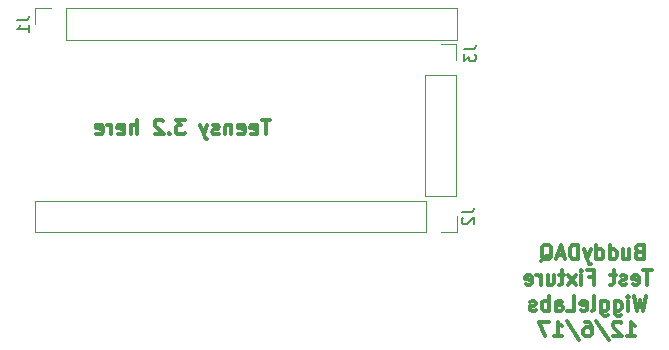
<source format=gbo>
G04 #@! TF.FileFunction,Legend,Bot*
%FSLAX46Y46*%
G04 Gerber Fmt 4.6, Leading zero omitted, Abs format (unit mm)*
G04 Created by KiCad (PCBNEW 4.0.7) date 12/11/17 20:33:10*
%MOMM*%
%LPD*%
G01*
G04 APERTURE LIST*
%ADD10C,0.100000*%
%ADD11C,0.300000*%
%ADD12C,0.120000*%
%ADD13C,0.150000*%
G04 APERTURE END LIST*
D10*
D11*
X67895016Y-73661276D02*
X67180731Y-73661276D01*
X67537874Y-74911276D02*
X67537874Y-73661276D01*
X66287873Y-74851752D02*
X66406921Y-74911276D01*
X66645016Y-74911276D01*
X66764064Y-74851752D01*
X66823588Y-74732705D01*
X66823588Y-74256514D01*
X66764064Y-74137467D01*
X66645016Y-74077943D01*
X66406921Y-74077943D01*
X66287873Y-74137467D01*
X66228350Y-74256514D01*
X66228350Y-74375562D01*
X66823588Y-74494610D01*
X65216444Y-74851752D02*
X65335492Y-74911276D01*
X65573587Y-74911276D01*
X65692635Y-74851752D01*
X65752159Y-74732705D01*
X65752159Y-74256514D01*
X65692635Y-74137467D01*
X65573587Y-74077943D01*
X65335492Y-74077943D01*
X65216444Y-74137467D01*
X65156921Y-74256514D01*
X65156921Y-74375562D01*
X65752159Y-74494610D01*
X64621206Y-74077943D02*
X64621206Y-74911276D01*
X64621206Y-74196990D02*
X64561682Y-74137467D01*
X64442635Y-74077943D01*
X64264063Y-74077943D01*
X64145015Y-74137467D01*
X64085492Y-74256514D01*
X64085492Y-74911276D01*
X63549778Y-74851752D02*
X63430730Y-74911276D01*
X63192635Y-74911276D01*
X63073587Y-74851752D01*
X63014063Y-74732705D01*
X63014063Y-74673181D01*
X63073587Y-74554133D01*
X63192635Y-74494610D01*
X63371206Y-74494610D01*
X63490254Y-74435086D01*
X63549778Y-74316038D01*
X63549778Y-74256514D01*
X63490254Y-74137467D01*
X63371206Y-74077943D01*
X63192635Y-74077943D01*
X63073587Y-74137467D01*
X62597397Y-74077943D02*
X62299778Y-74911276D01*
X62002158Y-74077943D02*
X62299778Y-74911276D01*
X62418825Y-75208895D01*
X62478349Y-75268419D01*
X62597397Y-75327943D01*
X60692635Y-73661276D02*
X59918825Y-73661276D01*
X60335492Y-74137467D01*
X60156920Y-74137467D01*
X60037873Y-74196990D01*
X59978349Y-74256514D01*
X59918825Y-74375562D01*
X59918825Y-74673181D01*
X59978349Y-74792229D01*
X60037873Y-74851752D01*
X60156920Y-74911276D01*
X60514063Y-74911276D01*
X60633111Y-74851752D01*
X60692635Y-74792229D01*
X59383111Y-74792229D02*
X59323587Y-74851752D01*
X59383111Y-74911276D01*
X59442635Y-74851752D01*
X59383111Y-74792229D01*
X59383111Y-74911276D01*
X58847397Y-73780324D02*
X58787873Y-73720800D01*
X58668825Y-73661276D01*
X58371206Y-73661276D01*
X58252159Y-73720800D01*
X58192635Y-73780324D01*
X58133111Y-73899371D01*
X58133111Y-74018419D01*
X58192635Y-74196990D01*
X58906921Y-74911276D01*
X58133111Y-74911276D01*
X56645016Y-74911276D02*
X56645016Y-73661276D01*
X56109302Y-74911276D02*
X56109302Y-74256514D01*
X56168825Y-74137467D01*
X56287873Y-74077943D01*
X56466445Y-74077943D01*
X56585492Y-74137467D01*
X56645016Y-74196990D01*
X55037873Y-74851752D02*
X55156921Y-74911276D01*
X55395016Y-74911276D01*
X55514064Y-74851752D01*
X55573588Y-74732705D01*
X55573588Y-74256514D01*
X55514064Y-74137467D01*
X55395016Y-74077943D01*
X55156921Y-74077943D01*
X55037873Y-74137467D01*
X54978350Y-74256514D01*
X54978350Y-74375562D01*
X55573588Y-74494610D01*
X54442635Y-74911276D02*
X54442635Y-74077943D01*
X54442635Y-74316038D02*
X54383111Y-74196990D01*
X54323587Y-74137467D01*
X54204540Y-74077943D01*
X54085492Y-74077943D01*
X53192634Y-74851752D02*
X53311682Y-74911276D01*
X53549777Y-74911276D01*
X53668825Y-74851752D01*
X53728349Y-74732705D01*
X53728349Y-74256514D01*
X53668825Y-74137467D01*
X53549777Y-74077943D01*
X53311682Y-74077943D01*
X53192634Y-74137467D01*
X53133111Y-74256514D01*
X53133111Y-74375562D01*
X53728349Y-74494610D01*
X99162719Y-84831934D02*
X98984148Y-84891458D01*
X98924624Y-84950982D01*
X98865100Y-85070030D01*
X98865100Y-85248601D01*
X98924624Y-85367649D01*
X98984148Y-85427172D01*
X99103195Y-85486696D01*
X99579386Y-85486696D01*
X99579386Y-84236696D01*
X99162719Y-84236696D01*
X99043672Y-84296220D01*
X98984148Y-84355744D01*
X98924624Y-84474791D01*
X98924624Y-84593839D01*
X98984148Y-84712887D01*
X99043672Y-84772410D01*
X99162719Y-84831934D01*
X99579386Y-84831934D01*
X97793672Y-84653363D02*
X97793672Y-85486696D01*
X98329386Y-84653363D02*
X98329386Y-85308125D01*
X98269862Y-85427172D01*
X98150815Y-85486696D01*
X97972243Y-85486696D01*
X97853195Y-85427172D01*
X97793672Y-85367649D01*
X96662720Y-85486696D02*
X96662720Y-84236696D01*
X96662720Y-85427172D02*
X96781767Y-85486696D01*
X97019863Y-85486696D01*
X97138910Y-85427172D01*
X97198434Y-85367649D01*
X97257958Y-85248601D01*
X97257958Y-84891458D01*
X97198434Y-84772410D01*
X97138910Y-84712887D01*
X97019863Y-84653363D01*
X96781767Y-84653363D01*
X96662720Y-84712887D01*
X95531768Y-85486696D02*
X95531768Y-84236696D01*
X95531768Y-85427172D02*
X95650815Y-85486696D01*
X95888911Y-85486696D01*
X96007958Y-85427172D01*
X96067482Y-85367649D01*
X96127006Y-85248601D01*
X96127006Y-84891458D01*
X96067482Y-84772410D01*
X96007958Y-84712887D01*
X95888911Y-84653363D01*
X95650815Y-84653363D01*
X95531768Y-84712887D01*
X95055578Y-84653363D02*
X94757959Y-85486696D01*
X94460339Y-84653363D02*
X94757959Y-85486696D01*
X94877006Y-85784315D01*
X94936530Y-85843839D01*
X95055578Y-85903363D01*
X93984149Y-85486696D02*
X93984149Y-84236696D01*
X93686530Y-84236696D01*
X93507958Y-84296220D01*
X93388911Y-84415268D01*
X93329387Y-84534315D01*
X93269863Y-84772410D01*
X93269863Y-84950982D01*
X93329387Y-85189077D01*
X93388911Y-85308125D01*
X93507958Y-85427172D01*
X93686530Y-85486696D01*
X93984149Y-85486696D01*
X92793673Y-85129553D02*
X92198435Y-85129553D01*
X92912720Y-85486696D02*
X92496054Y-84236696D01*
X92079387Y-85486696D01*
X90829387Y-85605744D02*
X90948434Y-85546220D01*
X91067482Y-85427172D01*
X91246053Y-85248601D01*
X91365101Y-85189077D01*
X91484149Y-85189077D01*
X91424625Y-85486696D02*
X91543672Y-85427172D01*
X91662720Y-85308125D01*
X91722244Y-85070030D01*
X91722244Y-84653363D01*
X91662720Y-84415268D01*
X91543672Y-84296220D01*
X91424625Y-84236696D01*
X91186529Y-84236696D01*
X91067482Y-84296220D01*
X90948434Y-84415268D01*
X90888910Y-84653363D01*
X90888910Y-85070030D01*
X90948434Y-85308125D01*
X91067482Y-85427172D01*
X91186529Y-85486696D01*
X91424625Y-85486696D01*
X100204387Y-86411696D02*
X99490102Y-86411696D01*
X99847245Y-87661696D02*
X99847245Y-86411696D01*
X98597244Y-87602172D02*
X98716292Y-87661696D01*
X98954387Y-87661696D01*
X99073435Y-87602172D01*
X99132959Y-87483125D01*
X99132959Y-87006934D01*
X99073435Y-86887887D01*
X98954387Y-86828363D01*
X98716292Y-86828363D01*
X98597244Y-86887887D01*
X98537721Y-87006934D01*
X98537721Y-87125982D01*
X99132959Y-87245030D01*
X98061530Y-87602172D02*
X97942482Y-87661696D01*
X97704387Y-87661696D01*
X97585339Y-87602172D01*
X97525815Y-87483125D01*
X97525815Y-87423601D01*
X97585339Y-87304553D01*
X97704387Y-87245030D01*
X97882958Y-87245030D01*
X98002006Y-87185506D01*
X98061530Y-87066458D01*
X98061530Y-87006934D01*
X98002006Y-86887887D01*
X97882958Y-86828363D01*
X97704387Y-86828363D01*
X97585339Y-86887887D01*
X97168672Y-86828363D02*
X96692482Y-86828363D01*
X96990101Y-86411696D02*
X96990101Y-87483125D01*
X96930577Y-87602172D01*
X96811530Y-87661696D01*
X96692482Y-87661696D01*
X94906767Y-87006934D02*
X95323434Y-87006934D01*
X95323434Y-87661696D02*
X95323434Y-86411696D01*
X94728196Y-86411696D01*
X94252005Y-87661696D02*
X94252005Y-86828363D01*
X94252005Y-86411696D02*
X94311529Y-86471220D01*
X94252005Y-86530744D01*
X94192481Y-86471220D01*
X94252005Y-86411696D01*
X94252005Y-86530744D01*
X93775815Y-87661696D02*
X93121053Y-86828363D01*
X93775815Y-86828363D02*
X93121053Y-87661696D01*
X92823433Y-86828363D02*
X92347243Y-86828363D01*
X92644862Y-86411696D02*
X92644862Y-87483125D01*
X92585338Y-87602172D01*
X92466291Y-87661696D01*
X92347243Y-87661696D01*
X91394862Y-86828363D02*
X91394862Y-87661696D01*
X91930576Y-86828363D02*
X91930576Y-87483125D01*
X91871052Y-87602172D01*
X91752005Y-87661696D01*
X91573433Y-87661696D01*
X91454385Y-87602172D01*
X91394862Y-87542649D01*
X90799624Y-87661696D02*
X90799624Y-86828363D01*
X90799624Y-87066458D02*
X90740100Y-86947410D01*
X90680576Y-86887887D01*
X90561529Y-86828363D01*
X90442481Y-86828363D01*
X89549623Y-87602172D02*
X89668671Y-87661696D01*
X89906766Y-87661696D01*
X90025814Y-87602172D01*
X90085338Y-87483125D01*
X90085338Y-87006934D01*
X90025814Y-86887887D01*
X89906766Y-86828363D01*
X89668671Y-86828363D01*
X89549623Y-86887887D01*
X89490100Y-87006934D01*
X89490100Y-87125982D01*
X90085338Y-87245030D01*
X99757958Y-88586696D02*
X99460339Y-89836696D01*
X99222243Y-88943839D01*
X98984148Y-89836696D01*
X98686529Y-88586696D01*
X98210339Y-89836696D02*
X98210339Y-89003363D01*
X98210339Y-88586696D02*
X98269863Y-88646220D01*
X98210339Y-88705744D01*
X98150815Y-88646220D01*
X98210339Y-88586696D01*
X98210339Y-88705744D01*
X97079387Y-89003363D02*
X97079387Y-90015268D01*
X97138910Y-90134315D01*
X97198434Y-90193839D01*
X97317482Y-90253363D01*
X97496053Y-90253363D01*
X97615101Y-90193839D01*
X97079387Y-89777172D02*
X97198434Y-89836696D01*
X97436530Y-89836696D01*
X97555577Y-89777172D01*
X97615101Y-89717649D01*
X97674625Y-89598601D01*
X97674625Y-89241458D01*
X97615101Y-89122410D01*
X97555577Y-89062887D01*
X97436530Y-89003363D01*
X97198434Y-89003363D01*
X97079387Y-89062887D01*
X95948435Y-89003363D02*
X95948435Y-90015268D01*
X96007958Y-90134315D01*
X96067482Y-90193839D01*
X96186530Y-90253363D01*
X96365101Y-90253363D01*
X96484149Y-90193839D01*
X95948435Y-89777172D02*
X96067482Y-89836696D01*
X96305578Y-89836696D01*
X96424625Y-89777172D01*
X96484149Y-89717649D01*
X96543673Y-89598601D01*
X96543673Y-89241458D01*
X96484149Y-89122410D01*
X96424625Y-89062887D01*
X96305578Y-89003363D01*
X96067482Y-89003363D01*
X95948435Y-89062887D01*
X95174626Y-89836696D02*
X95293673Y-89777172D01*
X95353197Y-89658125D01*
X95353197Y-88586696D01*
X94222244Y-89777172D02*
X94341292Y-89836696D01*
X94579387Y-89836696D01*
X94698435Y-89777172D01*
X94757959Y-89658125D01*
X94757959Y-89181934D01*
X94698435Y-89062887D01*
X94579387Y-89003363D01*
X94341292Y-89003363D01*
X94222244Y-89062887D01*
X94162721Y-89181934D01*
X94162721Y-89300982D01*
X94757959Y-89420030D01*
X93031768Y-89836696D02*
X93627006Y-89836696D01*
X93627006Y-88586696D01*
X92079387Y-89836696D02*
X92079387Y-89181934D01*
X92138910Y-89062887D01*
X92257958Y-89003363D01*
X92496053Y-89003363D01*
X92615101Y-89062887D01*
X92079387Y-89777172D02*
X92198434Y-89836696D01*
X92496053Y-89836696D01*
X92615101Y-89777172D01*
X92674625Y-89658125D01*
X92674625Y-89539077D01*
X92615101Y-89420030D01*
X92496053Y-89360506D01*
X92198434Y-89360506D01*
X92079387Y-89300982D01*
X91484149Y-89836696D02*
X91484149Y-88586696D01*
X91484149Y-89062887D02*
X91365101Y-89003363D01*
X91127006Y-89003363D01*
X91007958Y-89062887D01*
X90948435Y-89122410D01*
X90888911Y-89241458D01*
X90888911Y-89598601D01*
X90948435Y-89717649D01*
X91007958Y-89777172D01*
X91127006Y-89836696D01*
X91365101Y-89836696D01*
X91484149Y-89777172D01*
X90412721Y-89777172D02*
X90293673Y-89836696D01*
X90055578Y-89836696D01*
X89936530Y-89777172D01*
X89877006Y-89658125D01*
X89877006Y-89598601D01*
X89936530Y-89479553D01*
X90055578Y-89420030D01*
X90234149Y-89420030D01*
X90353197Y-89360506D01*
X90412721Y-89241458D01*
X90412721Y-89181934D01*
X90353197Y-89062887D01*
X90234149Y-89003363D01*
X90055578Y-89003363D01*
X89936530Y-89062887D01*
X98121053Y-92011696D02*
X98835339Y-92011696D01*
X98478196Y-92011696D02*
X98478196Y-90761696D01*
X98597244Y-90940268D01*
X98716291Y-91059315D01*
X98835339Y-91118839D01*
X97644863Y-90880744D02*
X97585339Y-90821220D01*
X97466291Y-90761696D01*
X97168672Y-90761696D01*
X97049625Y-90821220D01*
X96990101Y-90880744D01*
X96930577Y-90999791D01*
X96930577Y-91118839D01*
X96990101Y-91297410D01*
X97704387Y-92011696D01*
X96930577Y-92011696D01*
X95502006Y-90702172D02*
X96573434Y-92309315D01*
X94549625Y-90761696D02*
X94787720Y-90761696D01*
X94906768Y-90821220D01*
X94966291Y-90880744D01*
X95085339Y-91059315D01*
X95144863Y-91297410D01*
X95144863Y-91773601D01*
X95085339Y-91892649D01*
X95025815Y-91952172D01*
X94906768Y-92011696D01*
X94668672Y-92011696D01*
X94549625Y-91952172D01*
X94490101Y-91892649D01*
X94430577Y-91773601D01*
X94430577Y-91475982D01*
X94490101Y-91356934D01*
X94549625Y-91297410D01*
X94668672Y-91237887D01*
X94906768Y-91237887D01*
X95025815Y-91297410D01*
X95085339Y-91356934D01*
X95144863Y-91475982D01*
X93002006Y-90702172D02*
X94073434Y-92309315D01*
X91930577Y-92011696D02*
X92644863Y-92011696D01*
X92287720Y-92011696D02*
X92287720Y-90761696D01*
X92406768Y-90940268D01*
X92525815Y-91059315D01*
X92644863Y-91118839D01*
X91513911Y-90761696D02*
X90680577Y-90761696D01*
X91216292Y-92011696D01*
D12*
X50609500Y-64250960D02*
X83689500Y-64250960D01*
X83689500Y-64250960D02*
X83689500Y-66910960D01*
X83689500Y-66910960D02*
X50609500Y-66910960D01*
X50609500Y-66910960D02*
X50609500Y-64250960D01*
X49339500Y-64250960D02*
X48009500Y-64250960D01*
X48009500Y-64250960D02*
X48009500Y-65580960D01*
X81089500Y-83184840D02*
X48009500Y-83184840D01*
X48009500Y-83184840D02*
X48009500Y-80524840D01*
X48009500Y-80524840D02*
X81089500Y-80524840D01*
X81089500Y-80524840D02*
X81089500Y-83184840D01*
X82359500Y-83184840D02*
X83689500Y-83184840D01*
X83689500Y-83184840D02*
X83689500Y-81854840D01*
X83666640Y-69883020D02*
X83666640Y-80103020D01*
X83666640Y-80103020D02*
X81006640Y-80103020D01*
X81006640Y-80103020D02*
X81006640Y-69883020D01*
X81006640Y-69883020D02*
X83666640Y-69883020D01*
X83666640Y-68613020D02*
X83666640Y-67283020D01*
X83666640Y-67283020D02*
X82336640Y-67283020D01*
D13*
X46461881Y-65247627D02*
X47176167Y-65247627D01*
X47319024Y-65200007D01*
X47414262Y-65104769D01*
X47461881Y-64961912D01*
X47461881Y-64866674D01*
X47461881Y-66247627D02*
X47461881Y-65676198D01*
X47461881Y-65961912D02*
X46461881Y-65961912D01*
X46604738Y-65866674D01*
X46699976Y-65771436D01*
X46747595Y-65676198D01*
X84141881Y-81521507D02*
X84856167Y-81521507D01*
X84999024Y-81473887D01*
X85094262Y-81378649D01*
X85141881Y-81235792D01*
X85141881Y-81140554D01*
X84237119Y-81950078D02*
X84189500Y-81997697D01*
X84141881Y-82092935D01*
X84141881Y-82331031D01*
X84189500Y-82426269D01*
X84237119Y-82473888D01*
X84332357Y-82521507D01*
X84427595Y-82521507D01*
X84570452Y-82473888D01*
X85141881Y-81902459D01*
X85141881Y-82521507D01*
X84329021Y-67723427D02*
X85043307Y-67723427D01*
X85186164Y-67675807D01*
X85281402Y-67580569D01*
X85329021Y-67437712D01*
X85329021Y-67342474D01*
X84329021Y-68104379D02*
X84329021Y-68723427D01*
X84709973Y-68390093D01*
X84709973Y-68532951D01*
X84757592Y-68628189D01*
X84805211Y-68675808D01*
X84900450Y-68723427D01*
X85138545Y-68723427D01*
X85233783Y-68675808D01*
X85281402Y-68628189D01*
X85329021Y-68532951D01*
X85329021Y-68247236D01*
X85281402Y-68151998D01*
X85233783Y-68104379D01*
M02*

</source>
